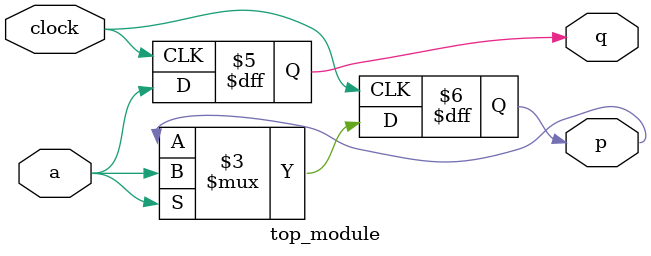
<source format=sv>
module top_module (
  input clock,
  input a, 
  output reg p,
  output reg q
);

always @(posedge clock) begin
  if (a)
    p <= a;
end

always @(negedge clock) begin
  q <= a;
end

endmodule

</source>
